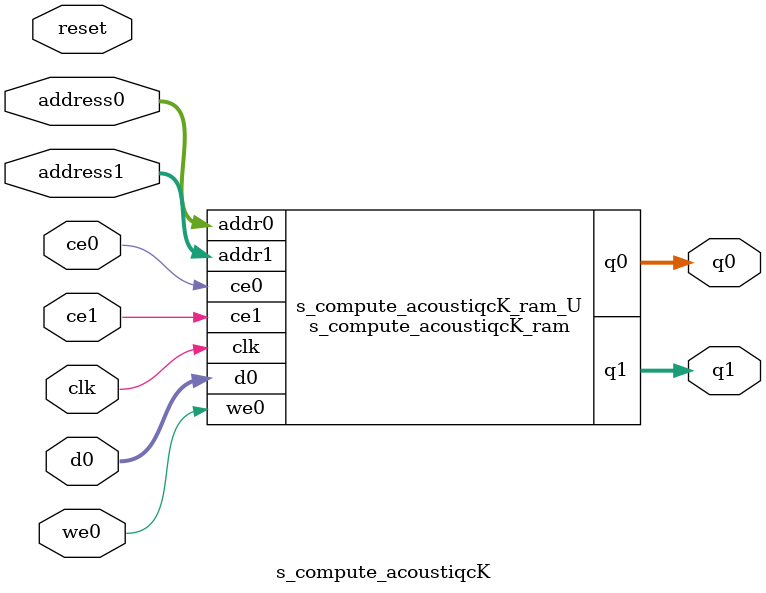
<source format=v>

`timescale 1 ns / 1 ps
module s_compute_acoustiqcK_ram (addr0, ce0, d0, we0, q0, addr1, ce1, q1,  clk);

parameter DWIDTH = 64;
parameter AWIDTH = 14;
parameter MEM_SIZE = 10000;

input[AWIDTH-1:0] addr0;
input ce0;
input[DWIDTH-1:0] d0;
input we0;
output reg[DWIDTH-1:0] q0;
input[AWIDTH-1:0] addr1;
input ce1;
output reg[DWIDTH-1:0] q1;
input clk;

(* ram_style = "block" *)reg [DWIDTH-1:0] ram[0:MEM_SIZE-1];




always @(posedge clk)  
begin 
    if (ce0) 
    begin
        if (we0) 
        begin 
            ram[addr0] <= d0; 
            q0 <= d0;
        end 
        else 
            q0 <= ram[addr0];
    end
end


always @(posedge clk)  
begin 
    if (ce1) 
    begin
            q1 <= ram[addr1];
    end
end


endmodule


`timescale 1 ns / 1 ps
module s_compute_acoustiqcK(
    reset,
    clk,
    address0,
    ce0,
    we0,
    d0,
    q0,
    address1,
    ce1,
    q1);

parameter DataWidth = 32'd64;
parameter AddressRange = 32'd10000;
parameter AddressWidth = 32'd14;
input reset;
input clk;
input[AddressWidth - 1:0] address0;
input ce0;
input we0;
input[DataWidth - 1:0] d0;
output[DataWidth - 1:0] q0;
input[AddressWidth - 1:0] address1;
input ce1;
output[DataWidth - 1:0] q1;



s_compute_acoustiqcK_ram s_compute_acoustiqcK_ram_U(
    .clk( clk ),
    .addr0( address0 ),
    .ce0( ce0 ),
    .d0( d0 ),
    .we0( we0 ),
    .q0( q0 ),
    .addr1( address1 ),
    .ce1( ce1 ),
    .q1( q1 ));

endmodule


</source>
